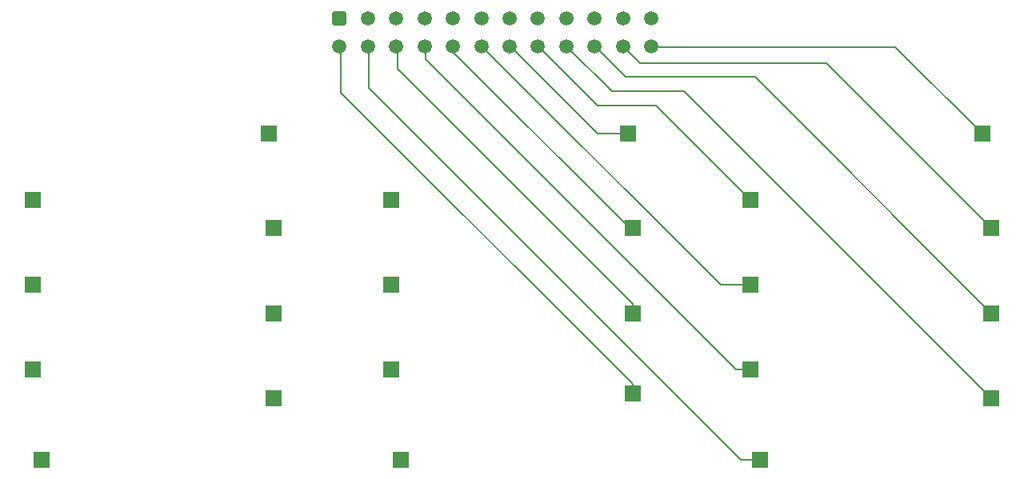
<source format=gbr>
%TF.GenerationSoftware,KiCad,Pcbnew,8.0.1*%
%TF.CreationDate,2024-05-03T16:32:39-04:00*%
%TF.ProjectId,LowerPOGO,4c6f7765-7250-44f4-974f-2e6b69636164,rev?*%
%TF.SameCoordinates,Original*%
%TF.FileFunction,Copper,L1,Top*%
%TF.FilePolarity,Positive*%
%FSLAX46Y46*%
G04 Gerber Fmt 4.6, Leading zero omitted, Abs format (unit mm)*
G04 Created by KiCad (PCBNEW 8.0.1) date 2024-05-03 16:32:39*
%MOMM*%
%LPD*%
G01*
G04 APERTURE LIST*
G04 Aperture macros list*
%AMRoundRect*
0 Rectangle with rounded corners*
0 $1 Rounding radius*
0 $2 $3 $4 $5 $6 $7 $8 $9 X,Y pos of 4 corners*
0 Add a 4 corners polygon primitive as box body*
4,1,4,$2,$3,$4,$5,$6,$7,$8,$9,$2,$3,0*
0 Add four circle primitives for the rounded corners*
1,1,$1+$1,$2,$3*
1,1,$1+$1,$4,$5*
1,1,$1+$1,$6,$7*
1,1,$1+$1,$8,$9*
0 Add four rect primitives between the rounded corners*
20,1,$1+$1,$2,$3,$4,$5,0*
20,1,$1+$1,$4,$5,$6,$7,0*
20,1,$1+$1,$6,$7,$8,$9,0*
20,1,$1+$1,$8,$9,$2,$3,0*%
G04 Aperture macros list end*
%TA.AperFunction,ComponentPad*%
%ADD10R,1.700000X1.700000*%
%TD*%
%TA.AperFunction,ComponentPad*%
%ADD11RoundRect,0.250001X-0.499999X-0.499999X0.499999X-0.499999X0.499999X0.499999X-0.499999X0.499999X0*%
%TD*%
%TA.AperFunction,ComponentPad*%
%ADD12C,1.500000*%
%TD*%
%TA.AperFunction,Conductor*%
%ADD13C,0.200000*%
%TD*%
G04 APERTURE END LIST*
D10*
%TO.P,J21,1,Pin_1*%
%TO.N,Net-(J21-MountPin)*%
X196500000Y-147500000D03*
%TD*%
%TO.P,J7,1,Pin_1*%
%TO.N,Net-(J15-Pin_1)*%
X133000000Y-126500000D03*
%TD*%
%TO.P,J8,1,Pin_1*%
%TO.N,Net-(J16-MountPin)*%
X120500000Y-138500000D03*
%TD*%
%TO.P,J10,1,Pin_1*%
%TO.N,Net-(J25-Pin_10)*%
X120500000Y-147500000D03*
%TD*%
%TO.P,J14,1,Pin_1*%
%TO.N,Net-(J18-MountPin)*%
X172000000Y-154000000D03*
%TD*%
%TO.P,J22,1,Pin_1*%
%TO.N,Net-(J22-MountPin)*%
X196500000Y-138500000D03*
%TD*%
D11*
%TO.P,J25,1,Pin_1*%
%TO.N,Net-(J1-MountPin)*%
X127500000Y-107250000D03*
D12*
%TO.P,J25,2,Pin_2*%
%TO.N,Net-(J2-MountPin)*%
X130500000Y-107250000D03*
%TO.P,J25,3,Pin_3*%
%TO.N,Net-(J25-Pin_3)*%
X133500000Y-107250000D03*
%TO.P,J25,4,Pin_4*%
%TO.N,Net-(J25-Pin_4)*%
X136500000Y-107250000D03*
%TO.P,J25,5,Pin_5*%
%TO.N,Net-(J13-MountPin)*%
X139500000Y-107250000D03*
%TO.P,J25,6,Pin_6*%
%TO.N,Net-(J14-MountPin)*%
X142500000Y-107250000D03*
%TO.P,J25,7,Pin_7*%
%TO.N,Net-(J15-Pin_1)*%
X145500000Y-107250000D03*
%TO.P,J25,8,Pin_8*%
%TO.N,Net-(J16-MountPin)*%
X148500000Y-107250000D03*
%TO.P,J25,9,Pin_9*%
%TO.N,Net-(J25-Pin_9)*%
X151500000Y-107250000D03*
%TO.P,J25,10,Pin_10*%
%TO.N,Net-(J25-Pin_10)*%
X154500000Y-107250000D03*
%TO.P,J25,11,Pin_11*%
%TO.N,Net-(J25-Pin_11)*%
X157500000Y-107250000D03*
%TO.P,J25,12,Pin_12*%
%TO.N,Net-(J25-Pin_12)*%
X160500000Y-107250000D03*
%TO.P,J25,13,Pin_13*%
%TO.N,Net-(J17-MountPin)*%
X127500000Y-110250000D03*
%TO.P,J25,14,Pin_14*%
%TO.N,Net-(J18-MountPin)*%
X130500000Y-110250000D03*
%TO.P,J25,15,Pin_15*%
%TO.N,Net-(J19-MountPin)*%
X133500000Y-110250000D03*
%TO.P,J25,16,Pin_16*%
%TO.N,Net-(J20-MountPin)*%
X136500000Y-110250000D03*
%TO.P,J25,17,Pin_17*%
%TO.N,Net-(J25-Pin_17)*%
X139500000Y-110250000D03*
%TO.P,J25,18,Pin_18*%
%TO.N,Net-(J10-MountPin)*%
X142500000Y-110250000D03*
%TO.P,J25,19,Pin_19*%
%TO.N,Net-(J11-MountPin)*%
X145500000Y-110250000D03*
%TO.P,J25,20,Pin_20*%
%TO.N,Net-(J12-MountPin)*%
X148500000Y-110250000D03*
%TO.P,J25,21,Pin_21*%
%TO.N,Net-(J21-MountPin)*%
X151500000Y-110250000D03*
%TO.P,J25,22,Pin_22*%
%TO.N,Net-(J22-MountPin)*%
X154500000Y-110250000D03*
%TO.P,J25,23,Pin_23*%
%TO.N,Net-(J23-MountPin)*%
X157500000Y-110250000D03*
%TO.P,J25,24,Pin_24*%
%TO.N,Net-(J24-MountPin)*%
X160500000Y-110250000D03*
%TD*%
D10*
%TO.P,J11,1,Pin_1*%
%TO.N,Net-(J25-Pin_11)*%
X133000000Y-144500000D03*
%TD*%
%TO.P,J12,1,Pin_1*%
%TO.N,Net-(J25-Pin_12)*%
X134000000Y-154000000D03*
%TD*%
%TO.P,J1,1,Pin_1*%
%TO.N,Net-(J1-MountPin)*%
X95000000Y-126500000D03*
%TD*%
%TO.P,J20,1,Pin_1*%
%TO.N,Net-(J12-MountPin)*%
X171000000Y-126500000D03*
%TD*%
%TO.P,J5,1,Pin_1*%
%TO.N,Net-(J13-MountPin)*%
X120000000Y-119500000D03*
%TD*%
%TO.P,J18,1,Pin_1*%
%TO.N,Net-(J10-MountPin)*%
X171000000Y-135500000D03*
%TD*%
%TO.P,J2,1,Pin_1*%
%TO.N,Net-(J2-MountPin)*%
X95000000Y-135500000D03*
%TD*%
%TO.P,J3,1,Pin_1*%
%TO.N,Net-(J25-Pin_3)*%
X95000000Y-144500000D03*
%TD*%
%TO.P,J6,1,Pin_1*%
%TO.N,Net-(J14-MountPin)*%
X120500000Y-129500000D03*
%TD*%
%TO.P,J17,1,Pin_1*%
%TO.N,Net-(J25-Pin_17)*%
X158500000Y-129500000D03*
%TD*%
%TO.P,J4,1,Pin_1*%
%TO.N,Net-(J25-Pin_4)*%
X96000000Y-154000000D03*
%TD*%
%TO.P,J24,1,Pin_1*%
%TO.N,Net-(J24-MountPin)*%
X195500000Y-119500000D03*
%TD*%
%TO.P,J23,1,Pin_1*%
%TO.N,Net-(J23-MountPin)*%
X196500000Y-129500000D03*
%TD*%
%TO.P,J9,1,Pin_1*%
%TO.N,Net-(J25-Pin_9)*%
X133000000Y-135500000D03*
%TD*%
%TO.P,J16,1,Pin_1*%
%TO.N,Net-(J20-MountPin)*%
X171000000Y-144500000D03*
%TD*%
%TO.P,J19,1,Pin_1*%
%TO.N,Net-(J11-MountPin)*%
X158000000Y-119500000D03*
%TD*%
%TO.P,J13,1,Pin_1*%
%TO.N,Net-(J17-MountPin)*%
X158500000Y-147000000D03*
%TD*%
%TO.P,J15,1,Pin_1*%
%TO.N,Net-(J19-MountPin)*%
X158500000Y-138500000D03*
%TD*%
D13*
%TO.N,Net-(J18-MountPin)*%
X170000000Y-154000000D02*
X172000000Y-154000000D01*
X130640000Y-114640000D02*
X170000000Y-154000000D01*
X130640000Y-110320000D02*
X130640000Y-114640000D01*
%TO.N,Net-(J25-Pin_17)*%
X158160000Y-129500000D02*
X158500000Y-129500000D01*
X139640000Y-110980000D02*
X158160000Y-129500000D01*
X139640000Y-110320000D02*
X139640000Y-110980000D01*
%TO.N,Net-(J21-MountPin)*%
X164000000Y-115000000D02*
X156320000Y-115000000D01*
X196500000Y-147500000D02*
X164000000Y-115000000D01*
X156320000Y-115000000D02*
X151640000Y-110320000D01*
%TO.N,Net-(J20-MountPin)*%
X169500000Y-144500000D02*
X171000000Y-144500000D01*
X136640000Y-110320000D02*
X136640000Y-111640000D01*
X136640000Y-111640000D02*
X169500000Y-144500000D01*
%TO.N,Net-(J19-MountPin)*%
X133640000Y-112640000D02*
X158500000Y-137500000D01*
X158500000Y-137500000D02*
X158500000Y-138500000D01*
X133640000Y-110320000D02*
X133640000Y-112640000D01*
%TO.N,Net-(J24-MountPin)*%
X186320000Y-110320000D02*
X195500000Y-119500000D01*
X160640000Y-110320000D02*
X186320000Y-110320000D01*
%TO.N,Net-(J23-MountPin)*%
X159320000Y-112000000D02*
X179000000Y-112000000D01*
X179000000Y-112000000D02*
X196500000Y-129500000D01*
X157640000Y-110320000D02*
X159320000Y-112000000D01*
%TO.N,Net-(J22-MountPin)*%
X171500000Y-113500000D02*
X196500000Y-138500000D01*
X157820000Y-113500000D02*
X171500000Y-113500000D01*
X154640000Y-110320000D02*
X157820000Y-113500000D01*
%TO.N,Net-(J12-MountPin)*%
X161000000Y-116500000D02*
X171000000Y-126500000D01*
X154820000Y-116500000D02*
X161000000Y-116500000D01*
X148640000Y-110320000D02*
X154820000Y-116500000D01*
%TO.N,Net-(J11-MountPin)*%
X154820000Y-119500000D02*
X158000000Y-119500000D01*
X145640000Y-110320000D02*
X154820000Y-119500000D01*
%TO.N,Net-(J10-MountPin)*%
X167820000Y-135500000D02*
X171000000Y-135500000D01*
X142640000Y-110320000D02*
X167820000Y-135500000D01*
%TO.N,Net-(J17-MountPin)*%
X127640000Y-115140000D02*
X158500000Y-146000000D01*
X127640000Y-110320000D02*
X127640000Y-115140000D01*
X158500000Y-146000000D02*
X158500000Y-147000000D01*
%TD*%
M02*

</source>
